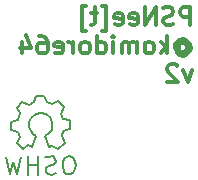
<source format=gbo>
G04 #@! TF.FileFunction,Legend,Bot*
%FSLAX46Y46*%
G04 Gerber Fmt 4.6, Leading zero omitted, Abs format (unit mm)*
G04 Created by KiCad (PCBNEW 4.0.2-1.fc23-product) date Sat 17 Mar 2018 10:09:07 PM EDT*
%MOMM*%
G01*
G04 APERTURE LIST*
%ADD10C,0.100000*%
%ADD11C,0.300000*%
%ADD12C,0.150000*%
%ADD13R,1.400000X1.400000*%
%ADD14C,1.400000*%
%ADD15R,1.300000X1.300000*%
%ADD16C,1.300000*%
%ADD17C,1.699260*%
%ADD18R,1.699260X1.699260*%
%ADD19O,1.600000X2.300000*%
%ADD20R,1.727200X1.727200*%
%ADD21O,1.727200X1.727200*%
G04 APERTURE END LIST*
D10*
D11*
X163345857Y-53079071D02*
X163345857Y-51579071D01*
X162774429Y-51579071D01*
X162631571Y-51650500D01*
X162560143Y-51721929D01*
X162488714Y-51864786D01*
X162488714Y-52079071D01*
X162560143Y-52221929D01*
X162631571Y-52293357D01*
X162774429Y-52364786D01*
X163345857Y-52364786D01*
X161917286Y-53007643D02*
X161703000Y-53079071D01*
X161345857Y-53079071D01*
X161203000Y-53007643D01*
X161131571Y-52936214D01*
X161060143Y-52793357D01*
X161060143Y-52650500D01*
X161131571Y-52507643D01*
X161203000Y-52436214D01*
X161345857Y-52364786D01*
X161631571Y-52293357D01*
X161774429Y-52221929D01*
X161845857Y-52150500D01*
X161917286Y-52007643D01*
X161917286Y-51864786D01*
X161845857Y-51721929D01*
X161774429Y-51650500D01*
X161631571Y-51579071D01*
X161274429Y-51579071D01*
X161060143Y-51650500D01*
X160417286Y-53079071D02*
X160417286Y-51579071D01*
X159560143Y-53079071D01*
X159560143Y-51579071D01*
X158274429Y-53007643D02*
X158417286Y-53079071D01*
X158703000Y-53079071D01*
X158845857Y-53007643D01*
X158917286Y-52864786D01*
X158917286Y-52293357D01*
X158845857Y-52150500D01*
X158703000Y-52079071D01*
X158417286Y-52079071D01*
X158274429Y-52150500D01*
X158203000Y-52293357D01*
X158203000Y-52436214D01*
X158917286Y-52579071D01*
X156988715Y-53007643D02*
X157131572Y-53079071D01*
X157417286Y-53079071D01*
X157560143Y-53007643D01*
X157631572Y-52864786D01*
X157631572Y-52293357D01*
X157560143Y-52150500D01*
X157417286Y-52079071D01*
X157131572Y-52079071D01*
X156988715Y-52150500D01*
X156917286Y-52293357D01*
X156917286Y-52436214D01*
X157631572Y-52579071D01*
X155845858Y-53579071D02*
X156203001Y-53579071D01*
X156203001Y-51436214D01*
X155845858Y-51436214D01*
X155488715Y-52079071D02*
X154917286Y-52079071D01*
X155274429Y-51579071D02*
X155274429Y-52864786D01*
X155203001Y-53007643D01*
X155060143Y-53079071D01*
X154917286Y-53079071D01*
X154560143Y-53579071D02*
X154203000Y-53579071D01*
X154203000Y-51436214D01*
X154560143Y-51436214D01*
X162417286Y-54764786D02*
X162488714Y-54693357D01*
X162631571Y-54621929D01*
X162774429Y-54621929D01*
X162917286Y-54693357D01*
X162988714Y-54764786D01*
X163060143Y-54907643D01*
X163060143Y-55050500D01*
X162988714Y-55193357D01*
X162917286Y-55264786D01*
X162774429Y-55336214D01*
X162631571Y-55336214D01*
X162488714Y-55264786D01*
X162417286Y-55193357D01*
X162417286Y-54621929D02*
X162417286Y-55193357D01*
X162345857Y-55264786D01*
X162274429Y-55264786D01*
X162131571Y-55193357D01*
X162060143Y-55050500D01*
X162060143Y-54693357D01*
X162203000Y-54479071D01*
X162417286Y-54336214D01*
X162703000Y-54264786D01*
X162988714Y-54336214D01*
X163203000Y-54479071D01*
X163345857Y-54693357D01*
X163417286Y-54979071D01*
X163345857Y-55264786D01*
X163203000Y-55479071D01*
X162988714Y-55621929D01*
X162703000Y-55693357D01*
X162417286Y-55621929D01*
X162203000Y-55479071D01*
X161417286Y-55479071D02*
X161417286Y-53979071D01*
X161274429Y-54907643D02*
X160845858Y-55479071D01*
X160845858Y-54479071D02*
X161417286Y-55050500D01*
X159988714Y-55479071D02*
X160131572Y-55407643D01*
X160203000Y-55336214D01*
X160274429Y-55193357D01*
X160274429Y-54764786D01*
X160203000Y-54621929D01*
X160131572Y-54550500D01*
X159988714Y-54479071D01*
X159774429Y-54479071D01*
X159631572Y-54550500D01*
X159560143Y-54621929D01*
X159488714Y-54764786D01*
X159488714Y-55193357D01*
X159560143Y-55336214D01*
X159631572Y-55407643D01*
X159774429Y-55479071D01*
X159988714Y-55479071D01*
X158845857Y-55479071D02*
X158845857Y-54479071D01*
X158845857Y-54621929D02*
X158774429Y-54550500D01*
X158631571Y-54479071D01*
X158417286Y-54479071D01*
X158274429Y-54550500D01*
X158203000Y-54693357D01*
X158203000Y-55479071D01*
X158203000Y-54693357D02*
X158131571Y-54550500D01*
X157988714Y-54479071D01*
X157774429Y-54479071D01*
X157631571Y-54550500D01*
X157560143Y-54693357D01*
X157560143Y-55479071D01*
X156845857Y-55479071D02*
X156845857Y-54479071D01*
X156845857Y-53979071D02*
X156917286Y-54050500D01*
X156845857Y-54121929D01*
X156774429Y-54050500D01*
X156845857Y-53979071D01*
X156845857Y-54121929D01*
X155488714Y-55479071D02*
X155488714Y-53979071D01*
X155488714Y-55407643D02*
X155631571Y-55479071D01*
X155917285Y-55479071D01*
X156060143Y-55407643D01*
X156131571Y-55336214D01*
X156203000Y-55193357D01*
X156203000Y-54764786D01*
X156131571Y-54621929D01*
X156060143Y-54550500D01*
X155917285Y-54479071D01*
X155631571Y-54479071D01*
X155488714Y-54550500D01*
X154560142Y-55479071D02*
X154703000Y-55407643D01*
X154774428Y-55336214D01*
X154845857Y-55193357D01*
X154845857Y-54764786D01*
X154774428Y-54621929D01*
X154703000Y-54550500D01*
X154560142Y-54479071D01*
X154345857Y-54479071D01*
X154203000Y-54550500D01*
X154131571Y-54621929D01*
X154060142Y-54764786D01*
X154060142Y-55193357D01*
X154131571Y-55336214D01*
X154203000Y-55407643D01*
X154345857Y-55479071D01*
X154560142Y-55479071D01*
X153417285Y-55479071D02*
X153417285Y-54479071D01*
X153417285Y-54764786D02*
X153345857Y-54621929D01*
X153274428Y-54550500D01*
X153131571Y-54479071D01*
X152988714Y-54479071D01*
X151917286Y-55407643D02*
X152060143Y-55479071D01*
X152345857Y-55479071D01*
X152488714Y-55407643D01*
X152560143Y-55264786D01*
X152560143Y-54693357D01*
X152488714Y-54550500D01*
X152345857Y-54479071D01*
X152060143Y-54479071D01*
X151917286Y-54550500D01*
X151845857Y-54693357D01*
X151845857Y-54836214D01*
X152560143Y-54979071D01*
X150560143Y-53979071D02*
X150845857Y-53979071D01*
X150988714Y-54050500D01*
X151060143Y-54121929D01*
X151203000Y-54336214D01*
X151274429Y-54621929D01*
X151274429Y-55193357D01*
X151203000Y-55336214D01*
X151131572Y-55407643D01*
X150988714Y-55479071D01*
X150703000Y-55479071D01*
X150560143Y-55407643D01*
X150488714Y-55336214D01*
X150417286Y-55193357D01*
X150417286Y-54836214D01*
X150488714Y-54693357D01*
X150560143Y-54621929D01*
X150703000Y-54550500D01*
X150988714Y-54550500D01*
X151131572Y-54621929D01*
X151203000Y-54693357D01*
X151274429Y-54836214D01*
X149131572Y-54479071D02*
X149131572Y-55479071D01*
X149488715Y-53907643D02*
X149845858Y-54979071D01*
X148917286Y-54979071D01*
X163488714Y-56879071D02*
X163131571Y-57879071D01*
X162774429Y-56879071D01*
X162274429Y-56521929D02*
X162203000Y-56450500D01*
X162060143Y-56379071D01*
X161703000Y-56379071D01*
X161560143Y-56450500D01*
X161488714Y-56521929D01*
X161417286Y-56664786D01*
X161417286Y-56807643D01*
X161488714Y-57021929D01*
X162345857Y-57879071D01*
X161417286Y-57879071D01*
D12*
X149016720Y-64221360D02*
X148656040Y-65692020D01*
X148656040Y-65692020D02*
X148376640Y-64630300D01*
X148376640Y-64630300D02*
X148066760Y-65702180D01*
X148066760Y-65702180D02*
X147726400Y-64251840D01*
X150436580Y-64912240D02*
X149646640Y-64902080D01*
X149646640Y-64902080D02*
X149636480Y-64912240D01*
X149636480Y-64912240D02*
X149636480Y-64902080D01*
X149595840Y-64190880D02*
X149595840Y-65732660D01*
X150484840Y-64180720D02*
X150484840Y-65750440D01*
X150484840Y-65750440D02*
X150474680Y-65740280D01*
X151036020Y-64282320D02*
X151386540Y-64201040D01*
X151386540Y-64201040D02*
X151706580Y-64190880D01*
X151706580Y-64190880D02*
X151945340Y-64391540D01*
X151945340Y-64391540D02*
X151975820Y-64660780D01*
X151975820Y-64660780D02*
X151734520Y-64902080D01*
X151734520Y-64902080D02*
X151345900Y-65031620D01*
X151345900Y-65031620D02*
X151165560Y-65191640D01*
X151165560Y-65191640D02*
X151124920Y-65491360D01*
X151124920Y-65491360D02*
X151356060Y-65712340D01*
X151356060Y-65712340D02*
X151676100Y-65740280D01*
X151676100Y-65740280D02*
X152026620Y-65631060D01*
X153065480Y-64180720D02*
X153314400Y-64201040D01*
X153314400Y-64201040D02*
X153555700Y-64442340D01*
X153555700Y-64442340D02*
X153644600Y-64932560D01*
X153644600Y-64932560D02*
X153616660Y-65280540D01*
X153616660Y-65280540D02*
X153416000Y-65600580D01*
X153416000Y-65600580D02*
X153164540Y-65722500D01*
X153164540Y-65722500D02*
X152854660Y-65651380D01*
X152854660Y-65651380D02*
X152636220Y-65471040D01*
X152636220Y-65471040D02*
X152565100Y-65011300D01*
X152565100Y-65011300D02*
X152615900Y-64602360D01*
X152615900Y-64602360D02*
X152725120Y-64320420D01*
X152725120Y-64320420D02*
X153085800Y-64190880D01*
X152466040Y-62461140D02*
X152725120Y-63022480D01*
X152725120Y-63022480D02*
X152186640Y-63540640D01*
X152186640Y-63540640D02*
X151665940Y-63271400D01*
X151665940Y-63271400D02*
X151386540Y-63431420D01*
X149946360Y-63411100D02*
X149616160Y-63220600D01*
X149616160Y-63220600D02*
X149176740Y-63550800D01*
X149176740Y-63550800D02*
X148704300Y-63060580D01*
X148704300Y-63060580D02*
X148986240Y-62580520D01*
X148986240Y-62580520D02*
X148795740Y-62110620D01*
X148795740Y-62110620D02*
X148186140Y-61922660D01*
X148186140Y-61922660D02*
X148186140Y-61241940D01*
X148186140Y-61241940D02*
X148744940Y-61102240D01*
X148744940Y-61102240D02*
X148945600Y-60530740D01*
X148945600Y-60530740D02*
X148676360Y-60060840D01*
X148676360Y-60060840D02*
X149146260Y-59550300D01*
X149146260Y-59550300D02*
X149664420Y-59811920D01*
X149664420Y-59811920D02*
X150134320Y-59611260D01*
X150134320Y-59611260D02*
X150304500Y-59070240D01*
X150304500Y-59070240D02*
X150995380Y-59052460D01*
X150995380Y-59052460D02*
X151206200Y-59601100D01*
X151206200Y-59601100D02*
X151625300Y-59771280D01*
X151625300Y-59771280D02*
X152176480Y-59502040D01*
X152176480Y-59502040D02*
X152694640Y-60030360D01*
X152694640Y-60030360D02*
X152445720Y-60571380D01*
X152445720Y-60571380D02*
X152615900Y-61051440D01*
X152615900Y-61051440D02*
X153164540Y-61150500D01*
X153164540Y-61150500D02*
X153174700Y-61851540D01*
X153174700Y-61851540D02*
X152615900Y-62052200D01*
X152615900Y-62052200D02*
X152476200Y-62450980D01*
X150334980Y-62430660D02*
X150035260Y-62280800D01*
X150035260Y-62280800D02*
X149834600Y-62082680D01*
X149834600Y-62082680D02*
X149684740Y-61681360D01*
X149684740Y-61681360D02*
X149684740Y-61282580D01*
X149684740Y-61282580D02*
X149834600Y-60932060D01*
X149834600Y-60932060D02*
X150286720Y-60581540D01*
X150286720Y-60581540D02*
X150736300Y-60530740D01*
X150736300Y-60530740D02*
X151135080Y-60632340D01*
X151135080Y-60632340D02*
X151536400Y-60980320D01*
X151536400Y-60980320D02*
X151686260Y-61432440D01*
X151686260Y-61432440D02*
X151635460Y-61930280D01*
X151635460Y-61930280D02*
X151386540Y-62232540D01*
X151386540Y-62232540D02*
X151036020Y-62430660D01*
X151036020Y-62430660D02*
X151386540Y-63431420D01*
X150334980Y-62430660D02*
X149936200Y-63431420D01*
%LPC*%
D13*
X139509500Y-67119500D03*
D14*
X144509500Y-67119500D03*
D15*
X141287500Y-60769500D03*
D16*
X141287500Y-62769500D03*
D17*
X157163020Y-68386960D03*
D18*
X147003020Y-68386960D03*
D19*
X128016000Y-68008500D03*
X130556000Y-68008500D03*
X133096000Y-68008500D03*
X135636000Y-68008500D03*
X135636000Y-60388500D03*
X133096000Y-60388500D03*
X130556000Y-60388500D03*
X128016000Y-60388500D03*
D20*
X160147000Y-62738000D03*
D21*
X162687000Y-62738000D03*
X160147000Y-65278000D03*
X162687000Y-65278000D03*
X160147000Y-67818000D03*
X162687000Y-67818000D03*
M02*

</source>
